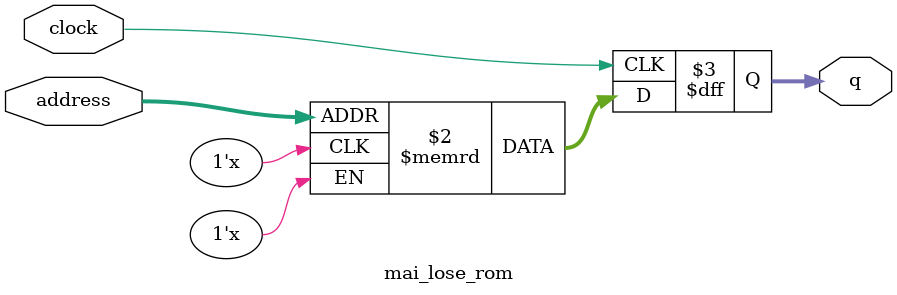
<source format=sv>
module mai_lose_rom (
	input logic clock,
	input logic [13:0] address,
	output logic [2:0] q
);

logic [2:0] memory [0:12287] /* synthesis ram_init_file = "./mai_lose/mai_lose.COE" */;

always_ff @ (posedge clock) begin
	q <= memory[address];
end

endmodule

</source>
